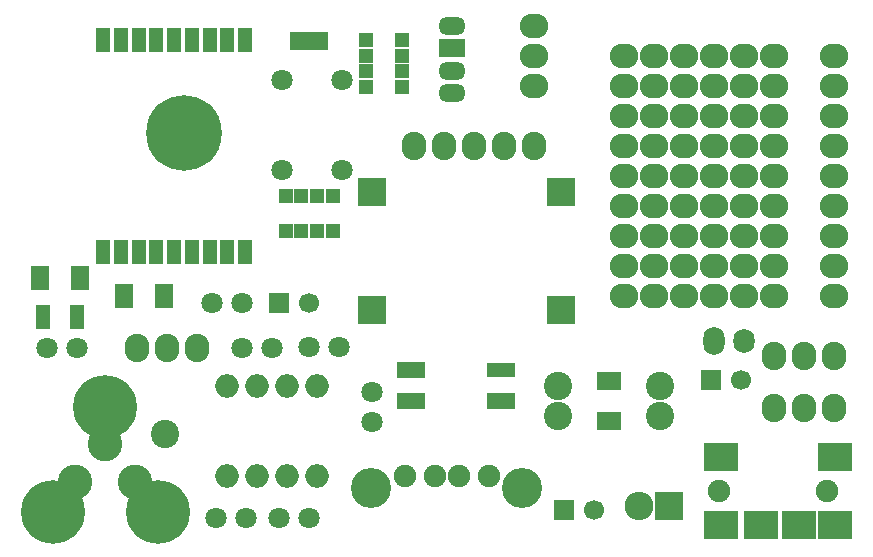
<source format=gbr>
G04 #@! TF.FileFunction,Soldermask,Top*
%FSLAX46Y46*%
G04 Gerber Fmt 4.6, Leading zero omitted, Abs format (unit mm)*
G04 Created by KiCad (PCBNEW 4.0.2+dfsg1-stable) date 2016年08月02日 19時37分39秒*
%MOMM*%
G01*
G04 APERTURE LIST*
%ADD10C,0.100000*%
%ADD11O,2.305000X1.517600*%
%ADD12R,2.305000X1.517600*%
%ADD13O,2.400000X2.100000*%
%ADD14R,1.200000X1.600000*%
%ADD15O,2.100000X2.400000*%
%ADD16C,2.398980*%
%ADD17C,1.901140*%
%ADD18O,3.400000X3.400000*%
%ADD19O,1.800000X2.400000*%
%ADD20O,1.800000X2.100000*%
%ADD21R,1.300000X1.300000*%
%ADD22C,2.400000*%
%ADD23R,1.300000X2.100000*%
%ADD24C,6.400000*%
%ADD25O,2.000000X2.000000*%
%ADD26R,2.900000X2.400000*%
%ADD27C,1.900000*%
%ADD28R,2.400000X2.400000*%
%ADD29C,1.797000*%
%ADD30C,5.400000*%
%ADD31C,2.940000*%
%ADD32R,1.600000X2.000000*%
%ADD33R,2.000000X1.600000*%
%ADD34R,1.700000X1.700000*%
%ADD35C,1.700000*%
%ADD36R,2.432000X2.432000*%
%ADD37O,2.432000X2.432000*%
%ADD38R,2.398980X1.299160*%
%ADD39R,2.398980X1.400760*%
G04 APERTURE END LIST*
D10*
D11*
X173355000Y-95250000D03*
D12*
X173355000Y-97155000D03*
D11*
X173355000Y-99060000D03*
X173355000Y-100965000D03*
D13*
X180340000Y-95250000D03*
X180340000Y-97790000D03*
X180340000Y-100330000D03*
D14*
X162290000Y-96520000D03*
X160290000Y-96520000D03*
X161290000Y-96520000D03*
D15*
X151765000Y-122555000D03*
X149225000Y-122555000D03*
X146685000Y-122555000D03*
X170180000Y-105410000D03*
X175260000Y-105410000D03*
X172720000Y-105410000D03*
X177800000Y-105410000D03*
X180340000Y-105410000D03*
D16*
X149098000Y-129794000D03*
D17*
X176530860Y-133347880D03*
X173990860Y-133347880D03*
X171958860Y-133347880D03*
X169418860Y-133347880D03*
D18*
X179318000Y-134380000D03*
X166518000Y-134380000D03*
D15*
X200660000Y-127635000D03*
X203200000Y-127635000D03*
X205740000Y-127635000D03*
X200660000Y-123190000D03*
X203200000Y-123190000D03*
X205740000Y-123190000D03*
D19*
X195580000Y-121920000D03*
D20*
X198120000Y-121920000D03*
D21*
X166140000Y-96425000D03*
X166140000Y-100425000D03*
X166140000Y-97765000D03*
X166140000Y-99085000D03*
X169140000Y-97765000D03*
X169140000Y-96425000D03*
X169140000Y-100425000D03*
X169140000Y-99085000D03*
D22*
X182372000Y-125730000D03*
X191008000Y-125730000D03*
D23*
X143860000Y-96410000D03*
X143860000Y-114410000D03*
X145360000Y-96410000D03*
X145360000Y-114410000D03*
X146860000Y-96410000D03*
X146860000Y-114410000D03*
X148360000Y-96410000D03*
X148360000Y-114410000D03*
X149860000Y-96410000D03*
X149860000Y-114410000D03*
X151360000Y-96410000D03*
X151360000Y-114410000D03*
X152860000Y-96410000D03*
X152860000Y-114410000D03*
X154360000Y-96410000D03*
X154360000Y-114410000D03*
X155860000Y-96410000D03*
X155860000Y-114410000D03*
D24*
X150660000Y-104310000D03*
D25*
X161925000Y-125730000D03*
X159385000Y-125730000D03*
X156845000Y-125730000D03*
X154305000Y-125730000D03*
X154305000Y-133350000D03*
X156845000Y-133350000D03*
X159385000Y-133350000D03*
X161925000Y-133350000D03*
D26*
X196145000Y-131720000D03*
X205845000Y-131720000D03*
X199545000Y-137520000D03*
X196145000Y-137520000D03*
X205845000Y-137520000D03*
D27*
X205145000Y-134620000D03*
X195945000Y-134620000D03*
D26*
X202745000Y-137520000D03*
D28*
X182625000Y-119300000D03*
X182625000Y-109300000D03*
X166625000Y-109300000D03*
X166625000Y-119300000D03*
D29*
X153035000Y-118745000D03*
X155575000Y-118745000D03*
X153416000Y-136906000D03*
X155956000Y-136906000D03*
X158750000Y-136906000D03*
X161290000Y-136906000D03*
X166624000Y-128778000D03*
X166624000Y-126238000D03*
X161290000Y-122428000D03*
X163830000Y-122428000D03*
X155575000Y-122555000D03*
X158115000Y-122555000D03*
X139065000Y-122555000D03*
X141605000Y-122555000D03*
D22*
X182372000Y-128270000D03*
X191008000Y-128270000D03*
D30*
X139573000Y-136398000D03*
X144018000Y-127508000D03*
X148463000Y-136398000D03*
D31*
X141478000Y-133858000D03*
X144018000Y-130683000D03*
X146558000Y-133858000D03*
D29*
X164084000Y-107442000D03*
X159004000Y-107442000D03*
X164084000Y-99822000D03*
X159004000Y-99822000D03*
D32*
X141908000Y-116586000D03*
X138508000Y-116586000D03*
X145620000Y-118110000D03*
X149020000Y-118110000D03*
D33*
X186690000Y-125300000D03*
X186690000Y-128700000D03*
D34*
X195326000Y-125222000D03*
D35*
X197826000Y-125222000D03*
X185380000Y-136271000D03*
D34*
X182880000Y-136271000D03*
D13*
X205740000Y-118110000D03*
X205740000Y-107950000D03*
X205740000Y-110490000D03*
X205740000Y-115570000D03*
X205740000Y-113030000D03*
X205740000Y-102870000D03*
X205740000Y-105410000D03*
X205740000Y-100330000D03*
X205740000Y-97790000D03*
D34*
X158750000Y-118745000D03*
D35*
X161250000Y-118745000D03*
D13*
X198120000Y-118110000D03*
X198120000Y-107950000D03*
X198120000Y-110490000D03*
X198120000Y-115570000D03*
X198120000Y-113030000D03*
X198120000Y-102870000D03*
X198120000Y-105410000D03*
X198120000Y-100330000D03*
X198120000Y-97790000D03*
X193040000Y-118110000D03*
X193040000Y-107950000D03*
X193040000Y-110490000D03*
X193040000Y-115570000D03*
X193040000Y-113030000D03*
X193040000Y-102870000D03*
X193040000Y-105410000D03*
X193040000Y-100330000D03*
X193040000Y-97790000D03*
X195580000Y-118110000D03*
X195580000Y-107950000D03*
X195580000Y-110490000D03*
X195580000Y-115570000D03*
X195580000Y-113030000D03*
X195580000Y-102870000D03*
X195580000Y-105410000D03*
X195580000Y-100330000D03*
X195580000Y-97790000D03*
X200660000Y-118110000D03*
X200660000Y-107950000D03*
X200660000Y-110490000D03*
X200660000Y-115570000D03*
X200660000Y-113030000D03*
X200660000Y-102870000D03*
X200660000Y-105410000D03*
X200660000Y-100330000D03*
X200660000Y-97790000D03*
X187960000Y-118110000D03*
X187960000Y-107950000D03*
X187960000Y-110490000D03*
X187960000Y-115570000D03*
X187960000Y-113030000D03*
X187960000Y-102870000D03*
X187960000Y-105410000D03*
X187960000Y-100330000D03*
X187960000Y-97790000D03*
X190500000Y-118110000D03*
X190500000Y-107950000D03*
X190500000Y-110490000D03*
X190500000Y-115570000D03*
X190500000Y-113030000D03*
X190500000Y-102870000D03*
X190500000Y-105410000D03*
X190500000Y-100330000D03*
X190500000Y-97790000D03*
D21*
X159290000Y-112625000D03*
X163290000Y-112625000D03*
X160630000Y-112625000D03*
X161950000Y-112625000D03*
X160630000Y-109625000D03*
X159290000Y-109625000D03*
X163290000Y-109625000D03*
X161950000Y-109625000D03*
D36*
X191770000Y-135890000D03*
D37*
X189230000Y-135890000D03*
D23*
X138758000Y-119888000D03*
X141658000Y-119888000D03*
D38*
X177535840Y-124381260D03*
D39*
X177535840Y-127030480D03*
X169936160Y-127030480D03*
X169936160Y-124429520D03*
M02*

</source>
